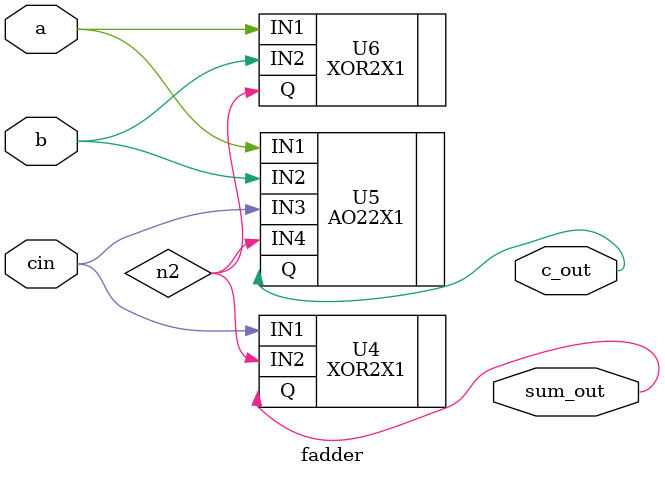
<source format=v>

module fadder ( a, b, cin, sum_out, c_out );
  input a, b, cin;
  output sum_out, c_out;
  wire   n2;

  XOR2X1 U4 ( .IN1(cin), .IN2(n2), .Q(sum_out) );
  AO22X1 U5 ( .IN1(a), .IN2(b), .IN3(cin), .IN4(n2), .Q(c_out) );
  XOR2X1 U6 ( .IN1(a), .IN2(b), .Q(n2) );
endmodule


</source>
